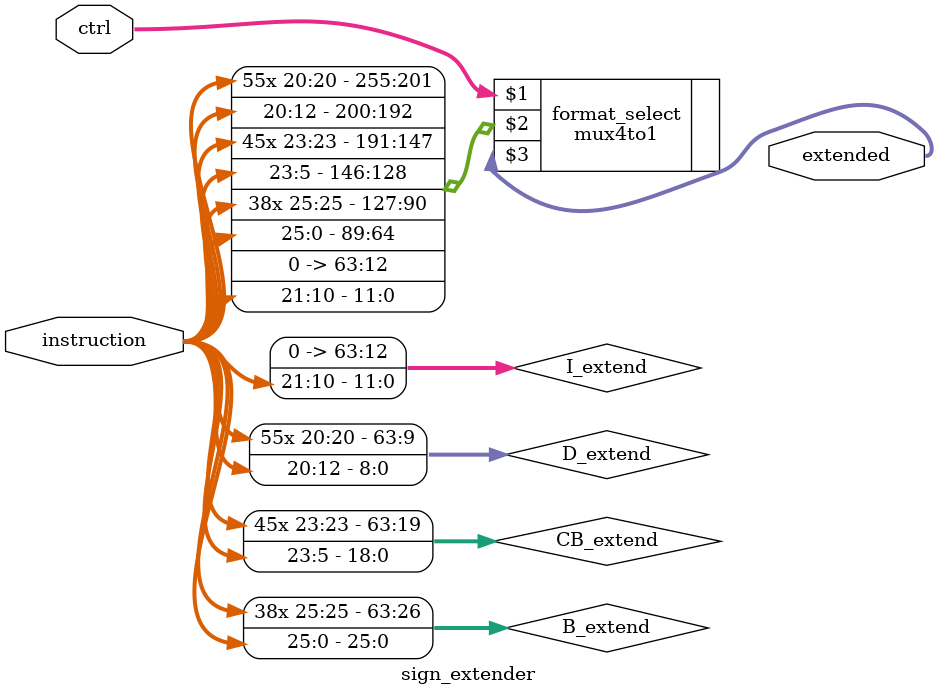
<source format=sv>
/*
	Filename: sign_extender.sv
	Authors: Adam Friesz, Brandon Chang
	Date: July 18th, 2024
	Description: This module is a datapath element for a CPU that outputs a sign extended
	version of the input to facilitate operations with a 64-bit ALU.

	Inputs:
		instruction: the current instruction being processed by the CPU.
		ctrl: selects which section of instruction to sign extend.
			I type:  0b00  	B type:  0b01	CB type: 0b10	D type: 0b11

	Outputs:
		extended: 64 bit sign extended version of the selected portion of the instruction
*/

module sign_extender (instruction, ctrl, extended);
	input logic [31:0] instruction;
	input logic [1:0] ctrl;
	output logic [63:0] extended;
	
	// create sign extender for each format, then use mux to sel between them based on ctrl
	logic [63:0] I_extend;
	logic [63:0] B_extend;
	logic [63:0] CB_extend;
	logic [63:0] D_extend;
	
	// I type [21:10]
	assign I_extend = {52'b0, instruction[21:10]};
	
	// B type [25:0]
	assign B_extend = {{38{instruction[25]}}, instruction[25:0]};
	
	// CB type [23:5]
	assign CB_extend = {{45{instruction[23]}}, instruction[23:5]};
	
	// D type [20:12]
	assign D_extend = {{55{instruction[20]}}, instruction[20:12]};
	
	mux4to1 format_select (ctrl, {D_extend, CB_extend, B_extend, I_extend}, extended);
endmodule  // sign_extender
</source>
